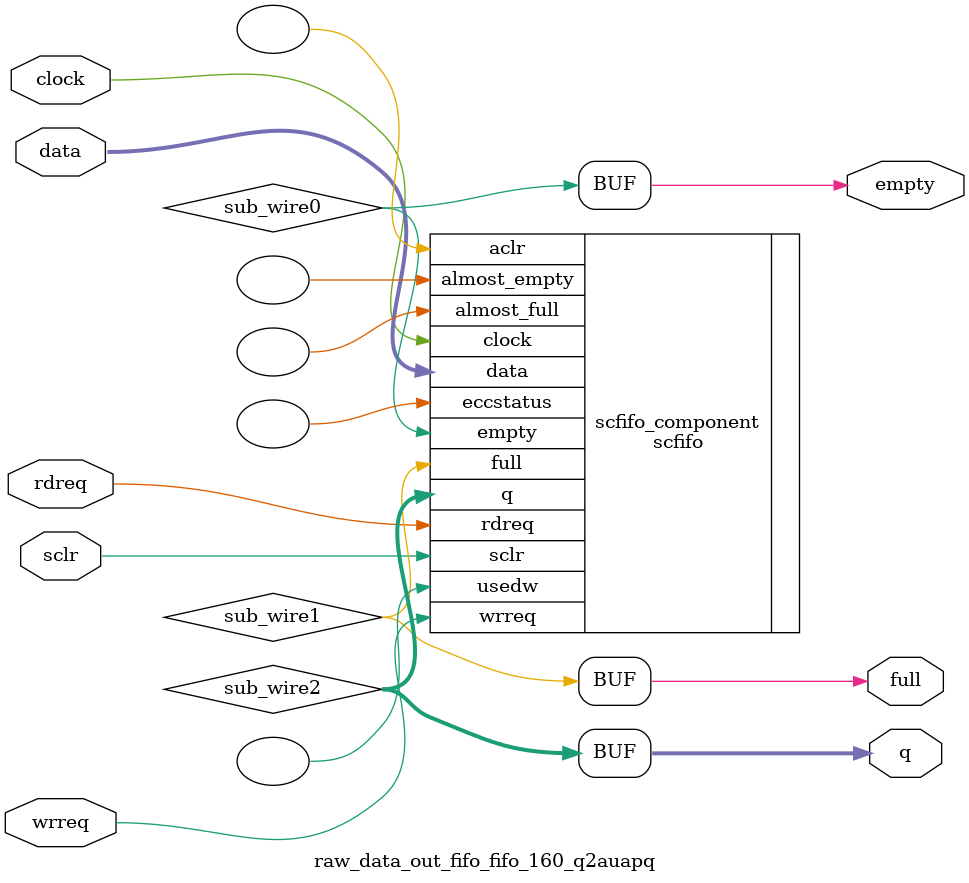
<source format=v>



`timescale 1 ps / 1 ps
// synopsys translate_on
module  raw_data_out_fifo_fifo_160_q2auapq  (
    clock,
    data,
    rdreq,
    sclr,
    wrreq,
    empty,
    full,
    q);

    input    clock;
    input  [7:0]  data;
    input    rdreq;
    input    sclr;
    input    wrreq;
    output   empty;
    output   full;
    output [7:0]  q;

    wire  sub_wire0;
    wire  sub_wire1;
    wire [7:0] sub_wire2;
    wire  empty = sub_wire0;
    wire  full = sub_wire1;
    wire [7:0] q = sub_wire2[7:0];

    scfifo  scfifo_component (
                .clock (clock),
                .data (data),
                .rdreq (rdreq),
                .sclr (sclr),
                .wrreq (wrreq),
                .empty (sub_wire0),
                .full (sub_wire1),
                .q (sub_wire2),
                .aclr (),
                .almost_empty (),
                .almost_full (),
                .eccstatus (),
                .usedw ());
    defparam
        scfifo_component.add_ram_output_register  = "ON",
        scfifo_component.enable_ecc  = "FALSE",
        scfifo_component.intended_device_family  = "Arria 10",
        scfifo_component.lpm_numwords  = 4096,
        scfifo_component.lpm_showahead  = "OFF",
        scfifo_component.lpm_type  = "scfifo",
        scfifo_component.lpm_width  = 8,
        scfifo_component.lpm_widthu  = 12,
        scfifo_component.overflow_checking  = "ON",
        scfifo_component.underflow_checking  = "ON",
        scfifo_component.use_eab  = "ON";


endmodule



</source>
